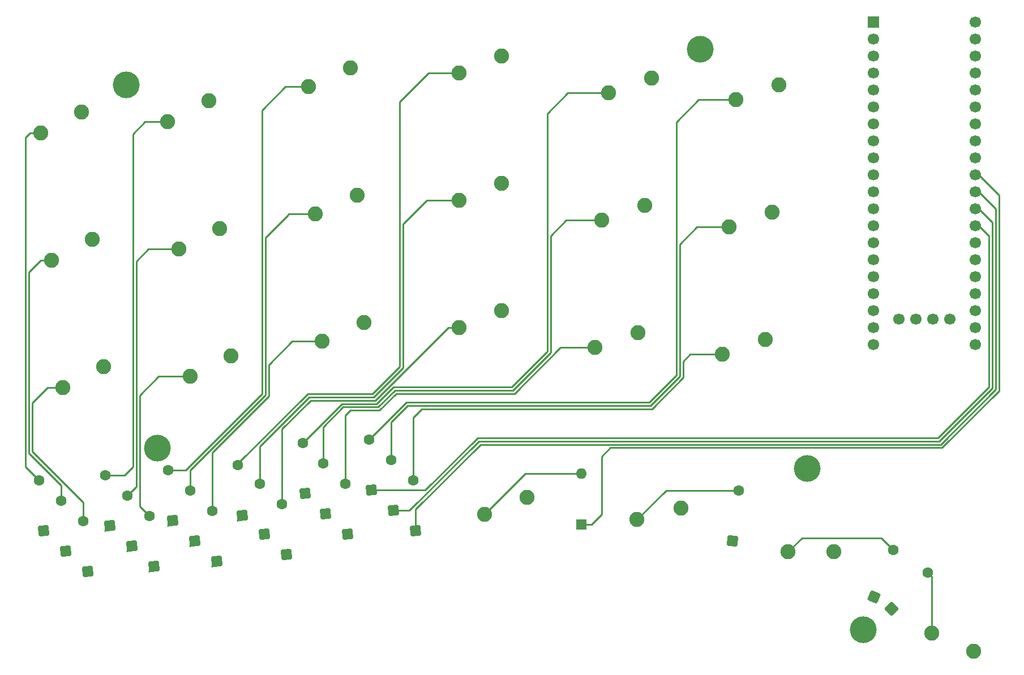
<source format=gbl>
%TF.GenerationSoftware,KiCad,Pcbnew,5.99.0-unknown-47cb7f53fd~143~ubuntu20.04.1*%
%TF.CreationDate,2021-11-19T15:51:58+01:00*%
%TF.ProjectId,rad-pad,7261642d-7061-4642-9e6b-696361645f70,rev?*%
%TF.SameCoordinates,Original*%
%TF.FileFunction,Copper,L2,Bot*%
%TF.FilePolarity,Positive*%
%FSLAX46Y46*%
G04 Gerber Fmt 4.6, Leading zero omitted, Abs format (unit mm)*
G04 Created by KiCad (PCBNEW 5.99.0-unknown-47cb7f53fd~143~ubuntu20.04.1) date 2021-11-19 15:51:58*
%MOMM*%
%LPD*%
G01*
G04 APERTURE LIST*
G04 Aperture macros list*
%AMRoundRect*
0 Rectangle with rounded corners*
0 $1 Rounding radius*
0 $2 $3 $4 $5 $6 $7 $8 $9 X,Y pos of 4 corners*
0 Add a 4 corners polygon primitive as box body*
4,1,4,$2,$3,$4,$5,$6,$7,$8,$9,$2,$3,0*
0 Add four circle primitives for the rounded corners*
1,1,$1+$1,$2,$3*
1,1,$1+$1,$4,$5*
1,1,$1+$1,$6,$7*
1,1,$1+$1,$8,$9*
0 Add four rect primitives between the rounded corners*
20,1,$1+$1,$2,$3,$4,$5,0*
20,1,$1+$1,$4,$5,$6,$7,0*
20,1,$1+$1,$6,$7,$8,$9,0*
20,1,$1+$1,$8,$9,$2,$3,0*%
%AMHorizOval*
0 Thick line with rounded ends*
0 $1 width*
0 $2 $3 position (X,Y) of the first rounded end (center of the circle)*
0 $4 $5 position (X,Y) of the second rounded end (center of the circle)*
0 Add line between two ends*
20,1,$1,$2,$3,$4,$5,0*
0 Add two circle primitives to create the rounded ends*
1,1,$1,$2,$3*
1,1,$1,$4,$5*%
G04 Aperture macros list end*
%TA.AperFunction,ComponentPad*%
%ADD10C,2.250000*%
%TD*%
%TA.AperFunction,ComponentPad*%
%ADD11RoundRect,0.160000X0.693344X-0.581785X0.581785X0.693344X-0.693344X0.581785X-0.581785X-0.693344X0*%
%TD*%
%TA.AperFunction,ComponentPad*%
%ADD12HorizOval,1.600000X0.000000X0.000000X0.000000X0.000000X0*%
%TD*%
%TA.AperFunction,ComponentPad*%
%ADD13C,4.000000*%
%TD*%
%TA.AperFunction,ComponentPad*%
%ADD14RoundRect,0.160000X0.353649X-0.833146X0.833146X0.353649X-0.353649X0.833146X-0.833146X-0.353649X0*%
%TD*%
%TA.AperFunction,ComponentPad*%
%ADD15HorizOval,1.600000X0.000000X0.000000X0.000000X0.000000X0*%
%TD*%
%TA.AperFunction,ComponentPad*%
%ADD16RoundRect,0.160000X0.672618X-0.605628X0.605628X0.672618X-0.672618X0.605628X-0.605628X-0.672618X0*%
%TD*%
%TA.AperFunction,ComponentPad*%
%ADD17HorizOval,1.600000X0.000000X0.000000X0.000000X0.000000X0*%
%TD*%
%TA.AperFunction,ComponentPad*%
%ADD18RoundRect,0.160000X0.640000X-0.640000X0.640000X0.640000X-0.640000X0.640000X-0.640000X-0.640000X0*%
%TD*%
%TA.AperFunction,ComponentPad*%
%ADD19O,1.600000X1.600000*%
%TD*%
%TA.AperFunction,ComponentPad*%
%ADD20RoundRect,0.160000X0.557233X-0.713226X0.713226X0.557233X-0.557233X0.713226X-0.713226X-0.557233X0*%
%TD*%
%TA.AperFunction,ComponentPad*%
%ADD21HorizOval,1.600000X0.000000X0.000000X0.000000X0.000000X0*%
%TD*%
%TA.AperFunction,ComponentPad*%
%ADD22R,1.700000X1.700000*%
%TD*%
%TA.AperFunction,ComponentPad*%
%ADD23C,1.700000*%
%TD*%
%TA.AperFunction,ComponentPad*%
%ADD24RoundRect,0.160000X0.000000X-0.905097X0.905097X0.000000X0.000000X0.905097X-0.905097X0.000000X0*%
%TD*%
%TA.AperFunction,ComponentPad*%
%ADD25HorizOval,1.600000X0.000000X0.000000X0.000000X0.000000X0*%
%TD*%
%TA.AperFunction,Conductor*%
%ADD26C,0.254000*%
%TD*%
G04 APERTURE END LIST*
D10*
%TO.P,SW6,1,1*%
%TO.N,Net-(D6-Pad2)*%
X82978123Y-103846729D03*
%TO.P,SW6,2,2*%
%TO.N,col1*%
X89082583Y-100762955D03*
%TD*%
%TO.P,SW7,1,1*%
%TO.N,Net-(D7-Pad2)*%
X100710288Y-60527881D03*
%TO.P,SW7,2,2*%
%TO.N,col2*%
X106918652Y-57659029D03*
%TD*%
D11*
%TO.P,D11,1,K*%
%TO.N,row0*%
X90756063Y-124699502D03*
D12*
%TO.P,D11,2,A*%
%TO.N,Net-(D11-Pad2)*%
X90091937Y-117108498D03*
%TD*%
D11*
%TO.P,D4,1,K*%
%TO.N,row0*%
X70944063Y-126223502D03*
D12*
%TO.P,D4,2,A*%
%TO.N,Net-(D4-Pad2)*%
X70279937Y-118632498D03*
%TD*%
D11*
%TO.P,D13,1,K*%
%TO.N,row2*%
X97360063Y-130541502D03*
D12*
%TO.P,D13,2,A*%
%TO.N,Net-(D13-Pad2)*%
X96695937Y-122950498D03*
%TD*%
D11*
%TO.P,D6,1,K*%
%TO.N,row2*%
X77548063Y-132319502D03*
D12*
%TO.P,D6,2,A*%
%TO.N,Net-(D6-Pad2)*%
X76883937Y-124728498D03*
%TD*%
D10*
%TO.P,SW1,1,1*%
%TO.N,Net-(D1-Pad2)*%
X60626123Y-67397729D03*
%TO.P,SW1,2,2*%
%TO.N,col0*%
X66730583Y-64313955D03*
%TD*%
D13*
%TO.P,H5,*%
%TO.N,*%
X183642000Y-141732000D03*
%TD*%
%TO.P,H2,*%
%TO.N,*%
X159258000Y-54864000D03*
%TD*%
D11*
%TO.P,D7,1,K*%
%TO.N,row0*%
X80342063Y-125461502D03*
D12*
%TO.P,D7,2,A*%
%TO.N,Net-(D7-Pad2)*%
X79677937Y-117870498D03*
%TD*%
D14*
%TO.P,D18,1,K*%
%TO.N,row3*%
X185262749Y-136859140D03*
D15*
%TO.P,D18,2,A*%
%TO.N,Net-(D18-Pad2)*%
X188117251Y-129794000D03*
%TD*%
D10*
%TO.P,SW13,1,1*%
%TO.N,Net-(D13-Pad2)*%
X123190000Y-96520000D03*
%TO.P,SW13,2,2*%
%TO.N,col3*%
X129540000Y-93980000D03*
%TD*%
D16*
%TO.P,D19,1,K*%
%TO.N,row0*%
X110126800Y-120893558D03*
D17*
%TO.P,D19,2,A*%
%TO.N,Net-(D19-Pad2)*%
X109728000Y-113284000D03*
%TD*%
D11*
%TO.P,D12,1,K*%
%TO.N,row1*%
X94058063Y-127493502D03*
D12*
%TO.P,D12,2,A*%
%TO.N,Net-(D12-Pad2)*%
X93393937Y-119902498D03*
%TD*%
D10*
%TO.P,SW18,1,1*%
%TO.N,Net-(D18-Pad2)*%
X172424930Y-130075702D03*
%TO.P,SW18,2,2*%
%TO.N,col4*%
X179264048Y-130099407D03*
%TD*%
D16*
%TO.P,D21,1,K*%
%TO.N,row2*%
X116730800Y-126989558D03*
D17*
%TO.P,D21,2,A*%
%TO.N,Net-(D21-Pad2)*%
X116332000Y-119380000D03*
%TD*%
D10*
%TO.P,SW8,1,1*%
%TO.N,Net-(D8-Pad2)*%
X101726288Y-79577881D03*
%TO.P,SW8,2,2*%
%TO.N,col2*%
X107934652Y-76709029D03*
%TD*%
D18*
%TO.P,D10,1,K*%
%TO.N,row3*%
X141478000Y-125984000D03*
D19*
%TO.P,D10,2,A*%
%TO.N,Net-(D10-Pad2)*%
X141478000Y-118364000D03*
%TD*%
D10*
%TO.P,SW17,1,1*%
%TO.N,Net-(D17-Pad2)*%
X143521155Y-99499081D03*
%TO.P,SW17,2,2*%
%TO.N,col4*%
X149995386Y-97294895D03*
%TD*%
%TO.P,SW5,1,1*%
%TO.N,Net-(D5-Pad2)*%
X81327123Y-84796729D03*
%TO.P,SW5,2,2*%
%TO.N,col1*%
X87431583Y-81712955D03*
%TD*%
D13*
%TO.P,H6,*%
%TO.N,*%
X78105000Y-114554000D03*
%TD*%
D10*
%TO.P,SW14,1,1*%
%TO.N,Net-(D14-Pad2)*%
X149816947Y-125284611D03*
%TO.P,SW14,2,2*%
%TO.N,col3*%
X156429163Y-123537414D03*
%TD*%
%TO.P,SW21,1,1*%
%TO.N,Net-(D21-Pad2)*%
X162571155Y-100515081D03*
%TO.P,SW21,2,2*%
%TO.N,col5*%
X169045386Y-98310895D03*
%TD*%
D11*
%TO.P,D2,1,K*%
%TO.N,row1*%
X64340063Y-130033502D03*
D12*
%TO.P,D2,2,A*%
%TO.N,Net-(D2-Pad2)*%
X63675937Y-122442498D03*
%TD*%
D10*
%TO.P,SW11,1,1*%
%TO.N,Net-(D11-Pad2)*%
X123190000Y-58420000D03*
%TO.P,SW11,2,2*%
%TO.N,col3*%
X129540000Y-55880000D03*
%TD*%
%TO.P,SW12,1,1*%
%TO.N,Net-(D12-Pad2)*%
X123190000Y-77470000D03*
%TO.P,SW12,2,2*%
%TO.N,col3*%
X129540000Y-74930000D03*
%TD*%
%TO.P,SW19,1,1*%
%TO.N,Net-(D19-Pad2)*%
X164603155Y-62415081D03*
%TO.P,SW19,2,2*%
%TO.N,col5*%
X171077386Y-60210895D03*
%TD*%
D11*
%TO.P,D8,1,K*%
%TO.N,row1*%
X83644063Y-128509502D03*
D12*
%TO.P,D8,2,A*%
%TO.N,Net-(D8-Pad2)*%
X82979937Y-120918498D03*
%TD*%
D10*
%TO.P,SW9,1,1*%
%TO.N,Net-(D9-Pad2)*%
X102742288Y-98627881D03*
%TO.P,SW9,2,2*%
%TO.N,col2*%
X108950652Y-95759029D03*
%TD*%
D20*
%TO.P,D14,1,K*%
%TO.N,row3*%
X164127678Y-128495601D03*
D21*
%TO.P,D14,2,A*%
%TO.N,Net-(D14-Pad2)*%
X165056322Y-120932399D03*
%TD*%
D11*
%TO.P,D5,1,K*%
%TO.N,row1*%
X74246063Y-129271502D03*
D12*
%TO.P,D5,2,A*%
%TO.N,Net-(D5-Pad2)*%
X73581937Y-121680498D03*
%TD*%
D11*
%TO.P,D1,1,K*%
%TO.N,row0*%
X61038063Y-126985502D03*
D12*
%TO.P,D1,2,A*%
%TO.N,Net-(D1-Pad2)*%
X60373937Y-119394498D03*
%TD*%
D10*
%TO.P,SW2,1,1*%
%TO.N,Net-(D2-Pad2)*%
X62277123Y-86447729D03*
%TO.P,SW2,2,2*%
%TO.N,col0*%
X68381583Y-83363955D03*
%TD*%
D16*
%TO.P,D16,1,K*%
%TO.N,row1*%
X103268800Y-124449558D03*
D17*
%TO.P,D16,2,A*%
%TO.N,Net-(D16-Pad2)*%
X102870000Y-116840000D03*
%TD*%
D13*
%TO.P,H4,*%
%TO.N,*%
X175260000Y-117602000D03*
%TD*%
D11*
%TO.P,D3,1,K*%
%TO.N,row2*%
X67642063Y-133081502D03*
D12*
%TO.P,D3,2,A*%
%TO.N,Net-(D3-Pad2)*%
X66977937Y-125490498D03*
%TD*%
D16*
%TO.P,D15,1,K*%
%TO.N,row0*%
X100220800Y-121401558D03*
D17*
%TO.P,D15,2,A*%
%TO.N,Net-(D15-Pad2)*%
X99822000Y-113792000D03*
%TD*%
D22*
%TO.P,U2,1,PB12*%
%TO.N,unconnected-(U2-Pad1)*%
X185166000Y-50800000D03*
D23*
%TO.P,U2,2,PB13*%
%TO.N,unconnected-(U2-Pad2)*%
X185166000Y-53340000D03*
%TO.P,U2,3,PB14*%
%TO.N,unconnected-(U2-Pad3)*%
X185166000Y-55880000D03*
%TO.P,U2,4,PB15*%
%TO.N,unconnected-(U2-Pad4)*%
X185166000Y-58420000D03*
%TO.P,U2,5,PA8*%
%TO.N,unconnected-(U2-Pad5)*%
X185166000Y-60960000D03*
%TO.P,U2,6,PA9*%
%TO.N,unconnected-(U2-Pad6)*%
X185166000Y-63500000D03*
%TO.P,U2,7,PA10*%
%TO.N,unconnected-(U2-Pad7)*%
X185166000Y-66040000D03*
%TO.P,U2,8,PA11*%
%TO.N,unconnected-(U2-Pad8)*%
X185166000Y-68580000D03*
%TO.P,U2,9,PA12*%
%TO.N,unconnected-(U2-Pad9)*%
X185166000Y-71120000D03*
%TO.P,U2,10,PA15*%
%TO.N,col0*%
X185166000Y-73660000D03*
%TO.P,U2,11,PB3*%
%TO.N,col1*%
X185166000Y-76200000D03*
%TO.P,U2,12,PB4*%
%TO.N,col2*%
X185166000Y-78740000D03*
%TO.P,U2,13,PB5*%
%TO.N,col3*%
X185166000Y-81280000D03*
%TO.P,U2,14,PB6*%
%TO.N,col4*%
X185166000Y-83820000D03*
%TO.P,U2,15,PB7*%
%TO.N,col5*%
X185166000Y-86360000D03*
%TO.P,U2,16,PB8*%
%TO.N,unconnected-(U2-Pad16)*%
X185166000Y-88900000D03*
%TO.P,U2,17,PB9*%
%TO.N,unconnected-(U2-Pad17)*%
X185166000Y-91440000D03*
%TO.P,U2,18,5V*%
%TO.N,unconnected-(U2-Pad18)*%
X185166000Y-93980000D03*
%TO.P,U2,19,GND*%
%TO.N,GND*%
X185166000Y-96520000D03*
%TO.P,U2,20,3V3*%
%TO.N,unconnected-(U2-Pad20)*%
X185166000Y-99060000D03*
%TO.P,U2,21,VBat*%
%TO.N,unconnected-(U2-Pad21)*%
X200406000Y-99060000D03*
%TO.P,U2,22,PC13*%
%TO.N,unconnected-(U2-Pad22)*%
X200406000Y-96520000D03*
%TO.P,U2,23,PC14*%
%TO.N,unconnected-(U2-Pad23)*%
X200406000Y-93980000D03*
%TO.P,U2,24,PC15*%
%TO.N,unconnected-(U2-Pad24)*%
X200406000Y-91440000D03*
%TO.P,U2,25,RES*%
%TO.N,unconnected-(U2-Pad25)*%
X200406000Y-88900000D03*
%TO.P,U2,26,PA0*%
%TO.N,unconnected-(U2-Pad26)*%
X200406000Y-86360000D03*
%TO.P,U2,27,PA1*%
%TO.N,unconnected-(U2-Pad27)*%
X200406000Y-83820000D03*
%TO.P,U2,28,PA2*%
%TO.N,row0*%
X200406000Y-81280000D03*
%TO.P,U2,29,PA3*%
%TO.N,row1*%
X200406000Y-78740000D03*
%TO.P,U2,30,PA4*%
%TO.N,row2*%
X200406000Y-76200000D03*
%TO.P,U2,31,PA5*%
%TO.N,row3*%
X200406000Y-73660000D03*
%TO.P,U2,32,PA6*%
%TO.N,unconnected-(U2-Pad32)*%
X200406000Y-71120000D03*
%TO.P,U2,33,PA7*%
%TO.N,unconnected-(U2-Pad33)*%
X200406000Y-68580000D03*
%TO.P,U2,34,PB0*%
%TO.N,unconnected-(U2-Pad34)*%
X200406000Y-66040000D03*
%TO.P,U2,35,PB1*%
%TO.N,unconnected-(U2-Pad35)*%
X200406000Y-63500000D03*
%TO.P,U2,36,PB2*%
%TO.N,unconnected-(U2-Pad36)*%
X200406000Y-60960000D03*
%TO.P,U2,37,PB10*%
%TO.N,unconnected-(U2-Pad37)*%
X200406000Y-58420000D03*
%TO.P,U2,38,3V3*%
%TO.N,unconnected-(U2-Pad38)*%
X200406000Y-55880000D03*
%TO.P,U2,39,GND*%
%TO.N,GND*%
X200406000Y-53340000D03*
%TO.P,U2,40,5V*%
%TO.N,unconnected-(U2-Pad40)*%
X200406000Y-50800000D03*
%TO.P,U2,41,GND*%
%TO.N,GND*%
X196598000Y-95249000D03*
%TO.P,U2,42,SWCLK*%
%TO.N,unconnected-(U2-Pad42)*%
X194058000Y-95249000D03*
%TO.P,U2,43,SWIO*%
%TO.N,unconnected-(U2-Pad43)*%
X191518000Y-95249000D03*
%TO.P,U2,44,3V3*%
%TO.N,unconnected-(U2-Pad44)*%
X188978000Y-95249000D03*
%TD*%
D10*
%TO.P,SW10,1,1*%
%TO.N,Net-(D10-Pad2)*%
X127000000Y-124460000D03*
%TO.P,SW10,2,2*%
%TO.N,col2*%
X133350000Y-121920000D03*
%TD*%
%TO.P,SW22,1,1*%
%TO.N,Net-(D22-Pad2)*%
X193919974Y-142321872D03*
%TO.P,SW22,2,2*%
%TO.N,col5*%
X200206154Y-145015949D03*
%TD*%
%TO.P,SW16,1,1*%
%TO.N,Net-(D16-Pad2)*%
X144537155Y-80449081D03*
%TO.P,SW16,2,2*%
%TO.N,col4*%
X151011386Y-78244895D03*
%TD*%
D11*
%TO.P,D9,1,K*%
%TO.N,row2*%
X86946063Y-131557502D03*
D12*
%TO.P,D9,2,A*%
%TO.N,Net-(D9-Pad2)*%
X86281937Y-123966498D03*
%TD*%
D13*
%TO.P,H1,*%
%TO.N,*%
X73406000Y-60198000D03*
%TD*%
D10*
%TO.P,SW20,1,1*%
%TO.N,Net-(D20-Pad2)*%
X163587155Y-81465081D03*
%TO.P,SW20,2,2*%
%TO.N,col5*%
X170061386Y-79260895D03*
%TD*%
%TO.P,SW15,1,1*%
%TO.N,Net-(D15-Pad2)*%
X145553155Y-61399081D03*
%TO.P,SW15,2,2*%
%TO.N,col4*%
X152027386Y-59194895D03*
%TD*%
D24*
%TO.P,D22,1,K*%
%TO.N,row3*%
X187932923Y-138611154D03*
D25*
%TO.P,D22,2,A*%
%TO.N,Net-(D22-Pad2)*%
X193321077Y-133223000D03*
%TD*%
D10*
%TO.P,SW4,1,1*%
%TO.N,Net-(D4-Pad2)*%
X79650723Y-65721329D03*
%TO.P,SW4,2,2*%
%TO.N,col1*%
X85755183Y-62637555D03*
%TD*%
D16*
%TO.P,D20,1,K*%
%TO.N,row1*%
X113428800Y-123941558D03*
D17*
%TO.P,D20,2,A*%
%TO.N,Net-(D20-Pad2)*%
X113030000Y-116332000D03*
%TD*%
D10*
%TO.P,SW3,1,1*%
%TO.N,Net-(D3-Pad2)*%
X63928123Y-105497729D03*
%TO.P,SW3,2,2*%
%TO.N,col0*%
X70032583Y-102413955D03*
%TD*%
D16*
%TO.P,D17,1,K*%
%TO.N,row2*%
X106570800Y-127497558D03*
D17*
%TO.P,D17,2,A*%
%TO.N,Net-(D17-Pad2)*%
X106172000Y-119888000D03*
%TD*%
D26*
%TO.N,row0*%
X118120442Y-120893558D02*
X125984000Y-113030000D01*
X194818000Y-113030000D02*
X202438000Y-105410000D01*
X125984000Y-113030000D02*
X194818000Y-113030000D01*
X202438000Y-82804000D02*
X200914000Y-81280000D01*
X202438000Y-105410000D02*
X202438000Y-82804000D01*
X79580063Y-126223502D02*
X80342063Y-125461502D01*
X70182063Y-126985502D02*
X70944063Y-126223502D01*
X200914000Y-81280000D02*
X200406000Y-81280000D01*
X89994063Y-125461502D02*
X90756063Y-124699502D01*
X109618800Y-121401558D02*
X110126800Y-120893558D01*
X110126800Y-120893558D02*
X118120442Y-120893558D01*
%TO.N,Net-(D1-Pad2)*%
X58326810Y-68106052D02*
X58326810Y-117347371D01*
X60626123Y-67397729D02*
X59035133Y-67397729D01*
X59035133Y-67397729D02*
X58326810Y-68106052D01*
X58326810Y-117347371D02*
X60373937Y-119394498D01*
%TO.N,row1*%
X73484063Y-130033502D02*
X74246063Y-129271502D01*
X200914000Y-78740000D02*
X200406000Y-78740000D01*
X115790183Y-123941558D02*
X126194222Y-113537520D01*
X202946000Y-80772000D02*
X200914000Y-78740000D01*
X195028221Y-113537520D02*
X202946000Y-105619741D01*
X112920800Y-124449558D02*
X113428800Y-123941558D01*
X126194222Y-113537520D02*
X195028221Y-113537520D01*
X113428800Y-123941558D02*
X115790183Y-123941558D01*
X82882063Y-129271502D02*
X83644063Y-128509502D01*
X202946000Y-105619741D02*
X202946000Y-80772000D01*
%TO.N,Net-(D2-Pad2)*%
X58834330Y-88299532D02*
X58834330Y-115316000D01*
X63675937Y-120157607D02*
X63675937Y-122442498D01*
X60686133Y-86447729D02*
X58834330Y-88299532D01*
X58834330Y-115316000D02*
X63675937Y-120157607D01*
X62277123Y-86447729D02*
X60686133Y-86447729D01*
%TO.N,row2*%
X203453520Y-78739520D02*
X200914000Y-76200000D01*
X116222800Y-127497558D02*
X116730800Y-126989558D01*
X116730800Y-123718683D02*
X126404444Y-114045040D01*
X200914000Y-76200000D02*
X200406000Y-76200000D01*
X203453520Y-105829962D02*
X203453520Y-78739520D01*
X195238442Y-114045040D02*
X203453520Y-105829962D01*
X86184063Y-132319502D02*
X86946063Y-131557502D01*
X116730800Y-126989558D02*
X116730800Y-123718683D01*
X76786063Y-133081502D02*
X77548063Y-132319502D01*
X126404444Y-114045040D02*
X195238442Y-114045040D01*
%TO.N,Net-(D3-Pad2)*%
X61634271Y-105497729D02*
X59341850Y-107790150D01*
X59341850Y-115105778D02*
X66977937Y-122741866D01*
X63928123Y-105497729D02*
X61634271Y-105497729D01*
X66977937Y-122741866D02*
X66977937Y-125490498D01*
X59341850Y-107790150D02*
X59341850Y-115105778D01*
%TO.N,row3*%
X143002000Y-125984000D02*
X144526000Y-124460000D01*
X145797440Y-114552560D02*
X195448663Y-114552560D01*
X203961040Y-76707040D02*
X200914000Y-73660000D01*
X195448663Y-114552560D02*
X203961040Y-106040183D01*
X203961040Y-106040183D02*
X203961040Y-76707040D01*
X200914000Y-73660000D02*
X200406000Y-73660000D01*
X144526000Y-115824000D02*
X145797440Y-114552560D01*
X141478000Y-125984000D02*
X143002000Y-125984000D01*
X144526000Y-124460000D02*
X144526000Y-115824000D01*
%TO.N,Net-(D4-Pad2)*%
X74422000Y-117348000D02*
X73137502Y-118632498D01*
X73137502Y-118632498D02*
X70279937Y-118632498D01*
X79650723Y-65721329D02*
X76264671Y-65721329D01*
X74422000Y-67564000D02*
X74422000Y-117348000D01*
X76264671Y-65721329D02*
X74422000Y-67564000D01*
%TO.N,Net-(D5-Pad2)*%
X76747271Y-84796729D02*
X74929520Y-86614480D01*
X81327123Y-84796729D02*
X76747271Y-84796729D01*
X74929520Y-120332915D02*
X73581937Y-121680498D01*
X74929520Y-86614480D02*
X74929520Y-120332915D01*
%TO.N,Net-(D6-Pad2)*%
X78270311Y-103846729D02*
X75437040Y-106680000D01*
X75437040Y-123281601D02*
X76883937Y-124728498D01*
X82978123Y-103846729D02*
X78270311Y-103846729D01*
X75437040Y-106680000D02*
X75437040Y-123281601D01*
%TO.N,Net-(D7-Pad2)*%
X100634407Y-60452000D02*
X100710288Y-60527881D01*
X97206119Y-60527881D02*
X100710288Y-60527881D01*
X93726000Y-64008000D02*
X97206119Y-60527881D01*
X82281502Y-117870498D02*
X93726000Y-106426000D01*
X93726000Y-106426000D02*
X93726000Y-64008000D01*
X79677937Y-117870498D02*
X82281502Y-117870498D01*
%TO.N,Net-(D8-Pad2)*%
X94233520Y-106636221D02*
X82979937Y-117889805D01*
X82979937Y-117889805D02*
X82979937Y-120918498D01*
X101726288Y-79577881D02*
X97714119Y-79577881D01*
X97536000Y-79756000D02*
X94233520Y-83058480D01*
X94233520Y-83058480D02*
X94233520Y-106636221D01*
X97714119Y-79577881D02*
X97536000Y-79756000D01*
%TO.N,Net-(D9-Pad2)*%
X98222119Y-98627881D02*
X102742288Y-98627881D01*
X94742000Y-106845484D02*
X86281937Y-115305547D01*
X94742000Y-102108000D02*
X98222119Y-98627881D01*
X94742000Y-102108000D02*
X94742000Y-106845484D01*
X86281937Y-115305547D02*
X86281937Y-123966498D01*
%TO.N,Net-(D10-Pad2)*%
X127000000Y-124460000D02*
X133096000Y-118364000D01*
X133096000Y-118364000D02*
X141478000Y-118364000D01*
%TO.N,Net-(D11-Pad2)*%
X100584000Y-106426000D02*
X90091937Y-116918063D01*
X110236000Y-106426000D02*
X100584000Y-106426000D01*
X90091937Y-116918063D02*
X90091937Y-117108498D01*
X114300000Y-102362000D02*
X110236000Y-106426000D01*
X118618000Y-58420000D02*
X114300000Y-62738000D01*
X114300000Y-62738000D02*
X114300000Y-102362000D01*
X123190000Y-58420000D02*
X118618000Y-58420000D01*
%TO.N,Net-(D12-Pad2)*%
X118364000Y-77470000D02*
X117094000Y-78740000D01*
X110445741Y-106934000D02*
X100793742Y-106934000D01*
X93393937Y-114333805D02*
X93393937Y-119902498D01*
X100793742Y-106934000D02*
X93393937Y-114333805D01*
X117094000Y-78740000D02*
X114807520Y-81026480D01*
X114807520Y-81026480D02*
X114807520Y-102572221D01*
X114807520Y-102572221D02*
X110445741Y-106934000D01*
X123190000Y-77470000D02*
X118364000Y-77470000D01*
%TO.N,Net-(D13-Pad2)*%
X96695937Y-111749547D02*
X96695937Y-122950498D01*
X123190000Y-96520000D02*
X121577482Y-96520000D01*
X101003964Y-107441520D02*
X96695937Y-111749547D01*
X110655962Y-107441520D02*
X101003964Y-107441520D01*
X121577482Y-96520000D02*
X110655962Y-107441520D01*
%TO.N,Net-(D14-Pad2)*%
X149816947Y-125284611D02*
X154169159Y-120932399D01*
X154169159Y-120932399D02*
X165056322Y-120932399D01*
%TO.N,Net-(D15-Pad2)*%
X113405224Y-105410000D02*
X110866183Y-107949040D01*
X145553155Y-61399081D02*
X139514919Y-61399081D01*
X136398000Y-64516000D02*
X136398000Y-100076000D01*
X131064000Y-105410000D02*
X113405224Y-105410000D01*
X136398000Y-100076000D02*
X131064000Y-105410000D01*
X105664960Y-107949040D02*
X99822000Y-113792000D01*
X139514919Y-61399081D02*
X136398000Y-64516000D01*
X110866183Y-107949040D02*
X105664960Y-107949040D01*
%TO.N,Net-(D16-Pad2)*%
X113615446Y-105917520D02*
X111076404Y-108456560D01*
X102870000Y-111461742D02*
X102870000Y-116840000D01*
X105875182Y-108456560D02*
X102870000Y-111461742D01*
X131274221Y-105917520D02*
X113615446Y-105917520D01*
X111076404Y-108456560D02*
X105875182Y-108456560D01*
X136905520Y-100286221D02*
X131274221Y-105917520D01*
X144537155Y-80449081D02*
X139260919Y-80449081D01*
X139260919Y-80449081D02*
X136905520Y-82804480D01*
X136905520Y-82804480D02*
X136905520Y-100286221D01*
%TO.N,Net-(D17-Pad2)*%
X138410401Y-99499081D02*
X131484442Y-106425040D01*
X131484442Y-106425040D02*
X113825668Y-106425040D01*
X106172000Y-109726080D02*
X106172000Y-119888000D01*
X111286625Y-108964080D02*
X106934000Y-108964080D01*
X113825668Y-106425040D02*
X111286625Y-108964080D01*
X143521155Y-99499081D02*
X138410401Y-99499081D01*
X106934000Y-108964080D02*
X106172000Y-109726080D01*
%TO.N,Net-(D18-Pad2)*%
X174484632Y-128016000D02*
X186339251Y-128016000D01*
X186339251Y-128016000D02*
X188117251Y-129794000D01*
X172424930Y-130075702D02*
X174484632Y-128016000D01*
%TO.N,Net-(D19-Pad2)*%
X155702000Y-103632000D02*
X151638000Y-107696000D01*
X115316000Y-107696000D02*
X109728000Y-113284000D01*
X151638000Y-107696000D02*
X115316000Y-107696000D01*
X159072919Y-62415081D02*
X155702000Y-65786000D01*
X155702000Y-65786000D02*
X155702000Y-103632000D01*
X164603155Y-62415081D02*
X159072919Y-62415081D01*
%TO.N,Net-(D20-Pad2)*%
X151848221Y-108203520D02*
X116078480Y-108203520D01*
X163587155Y-81465081D02*
X158818439Y-81465081D01*
X116078480Y-108203520D02*
X116078000Y-108204000D01*
X158818439Y-81465081D02*
X156209520Y-84074000D01*
X156209520Y-103842221D02*
X151848221Y-108203520D01*
X116078000Y-108204000D02*
X115525742Y-108204000D01*
X113030000Y-110699742D02*
X113030000Y-116332000D01*
X115525742Y-108204000D02*
X113030000Y-110699742D01*
X156209520Y-84074000D02*
X156209520Y-103842221D01*
%TO.N,Net-(D21-Pad2)*%
X162571155Y-100515081D02*
X157801959Y-100515081D01*
X116332000Y-109982000D02*
X116332000Y-119380000D01*
X156717040Y-101600000D02*
X156717040Y-104052442D01*
X152058442Y-108711040D02*
X117602960Y-108711040D01*
X156717040Y-104052442D02*
X152058442Y-108711040D01*
X157801959Y-100515081D02*
X156717040Y-101600000D01*
X117602960Y-108711040D02*
X116332000Y-109982000D01*
%TO.N,Net-(D22-Pad2)*%
X193919974Y-142321872D02*
X193919974Y-133821897D01*
X193919974Y-133821897D02*
X193321077Y-133223000D01*
%TD*%
M02*

</source>
